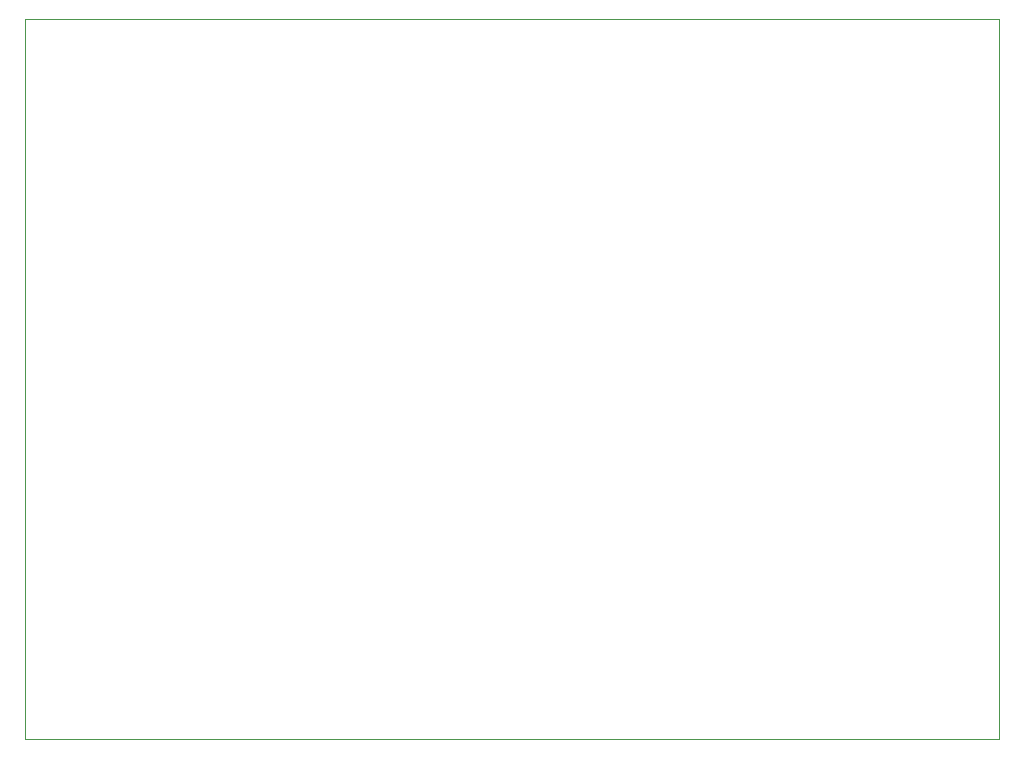
<source format=gbr>
%TF.GenerationSoftware,KiCad,Pcbnew,5.1.9-73d0e3b20d~88~ubuntu20.04.1*%
%TF.CreationDate,2021-01-16T13:56:57+01:00*%
%TF.ProjectId,Horlogemeter,486f726c-6f67-4656-9d65-7465722e6b69,rev?*%
%TF.SameCoordinates,Original*%
%TF.FileFunction,Profile,NP*%
%FSLAX46Y46*%
G04 Gerber Fmt 4.6, Leading zero omitted, Abs format (unit mm)*
G04 Created by KiCad (PCBNEW 5.1.9-73d0e3b20d~88~ubuntu20.04.1) date 2021-01-16 13:56:57*
%MOMM*%
%LPD*%
G01*
G04 APERTURE LIST*
%TA.AperFunction,Profile*%
%ADD10C,0.100000*%
%TD*%
G04 APERTURE END LIST*
D10*
X167500000Y-75000000D02*
X167500000Y-136000000D01*
X85000000Y-75000000D02*
X167500000Y-75000000D01*
X85000000Y-136000000D02*
X85000000Y-75000000D01*
X167500000Y-136000000D02*
X85000000Y-136000000D01*
M02*

</source>
